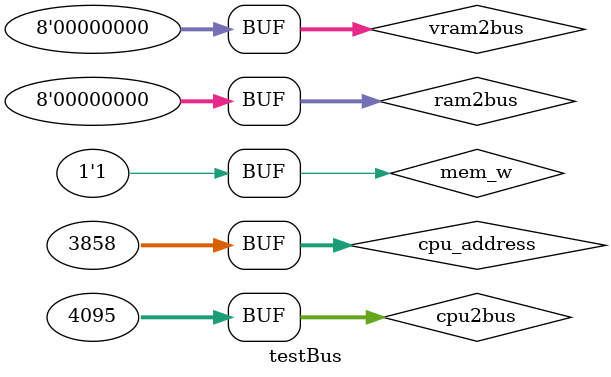
<source format=v>
`timescale 1ns / 1ps


module testBus;

	// Inputs
	reg mem_w;
	reg [31:0] cpu2bus;
	reg [31:0] cpu_address;
	reg [7:0] vram2bus;
	reg [7:0] ram2bus;

	// Outputs
	wire ram_w;
	wire vram_w;
	wire [31:0] bus2cpu;
	wire [31:0] bus2ram;
	wire [7:0] bus2vram;
	wire [11:0] ram_address;
	wire [15:0] vram_address;

	// Instantiate the Unit Under Test (UUT)
	BUS uut (
		.mem_w(mem_w), 
		.cpu2bus(cpu2bus), 
		.cpu_address(cpu_address), 
		.vram2bus(vram2bus), 
		.ram2bus(ram2bus), 
		.ram_w(ram_w), 
		.vram_w(vram_w), 
		.bus2cpu(bus2cpu), 
		.bus2ram(bus2ram), 
		.bus2vram(bus2vram), 
		.ram_address(ram_address), 
		.vram_address(vram_address)
	);

	initial begin
		// Initialize Inputs
		mem_w = 1;
		cpu2bus = 'hfff;
		cpu_address = 'hf0000000;
		vram2bus = 0;
		ram2bus = 0;

		// Wait 100 ns for global reset to finish
		#100;
		cpu_address = 'hf0000012;
		#50;
		cpu_address = 'hf12;
       #50;
		// Add stimulus here

	end
      
endmodule


</source>
